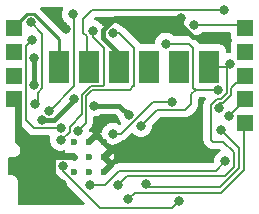
<source format=gbr>
%TF.GenerationSoftware,KiCad,Pcbnew,(6.0.2-0)*%
%TF.CreationDate,2022-06-01T12:35:39-04:00*%
%TF.ProjectId,hitclips_2040,68697463-6c69-4707-935f-323034302e6b,rev?*%
%TF.SameCoordinates,Original*%
%TF.FileFunction,Copper,L2,Bot*%
%TF.FilePolarity,Positive*%
%FSLAX46Y46*%
G04 Gerber Fmt 4.6, Leading zero omitted, Abs format (unit mm)*
G04 Created by KiCad (PCBNEW (6.0.2-0)) date 2022-06-01 12:35:39*
%MOMM*%
%LPD*%
G01*
G04 APERTURE LIST*
%TA.AperFunction,ComponentPad*%
%ADD10R,1.350000X1.350000*%
%TD*%
%TA.AperFunction,ComponentPad*%
%ADD11C,0.600000*%
%TD*%
%TA.AperFunction,SMDPad,CuDef*%
%ADD12R,1.800000X2.750000*%
%TD*%
%TA.AperFunction,ViaPad*%
%ADD13C,0.800000*%
%TD*%
%TA.AperFunction,Conductor*%
%ADD14C,0.250000*%
%TD*%
%TA.AperFunction,Conductor*%
%ADD15C,0.400000*%
%TD*%
%TA.AperFunction,Conductor*%
%ADD16C,0.600000*%
%TD*%
%TA.AperFunction,Conductor*%
%ADD17C,0.200000*%
%TD*%
%TA.AperFunction,Conductor*%
%ADD18C,0.130000*%
%TD*%
G04 APERTURE END LIST*
D10*
%TO.P,J1,1,Pin_1*%
%TO.N,VBUS*%
X115570000Y-72184000D03*
%TO.P,J1,2,Pin_2*%
%TO.N,USB_D-*%
X115570000Y-74184000D03*
%TO.P,J1,3,Pin_3*%
%TO.N,USB_D+*%
X115570000Y-76184000D03*
%TO.P,J1,4,Pin_4*%
%TO.N,GND*%
X115570000Y-78184000D03*
%TD*%
D11*
%TO.P,U3,57,GND*%
%TO.N,GND*%
X120645000Y-81783000D03*
X123195000Y-84333000D03*
X121920000Y-84333000D03*
X120645000Y-83058000D03*
X123195000Y-83058000D03*
X121920000Y-83058000D03*
X121920000Y-81783000D03*
X120645000Y-84333000D03*
X123195000Y-81783000D03*
%TD*%
D10*
%TO.P,J2,1,Pin_1*%
%TO.N,BOOTSEL*%
X135128000Y-72183800D03*
%TO.P,J2,2,Pin_2*%
%TO.N,PLY_TGL*%
X135128000Y-74183800D03*
%TO.P,J2,3,Pin_3*%
%TO.N,AUD_OUT+*%
X135128000Y-76183800D03*
%TO.P,J2,4,Pin_4*%
%TO.N,AUD_OUT-*%
X135128000Y-78183800D03*
%TO.P,J2,5,Pin_5*%
%TO.N,DBG*%
X135128000Y-80183800D03*
%TD*%
D12*
%TO.P,U4,1,PLY_TGL*%
%TO.N,PLY_TGL*%
X132080000Y-75438000D03*
%TO.P,U4,2,DAT+*%
%TO.N,AUD_OUT+*%
X129540000Y-75438000D03*
%TO.P,U4,3,NC*%
%TO.N,unconnected-(U4-Pad3)*%
X127000000Y-75438000D03*
%TO.P,U4,4,GND*%
%TO.N,GND*%
X124460000Y-75438000D03*
%TO.P,U4,5,DAT-*%
%TO.N,AUD_OUT-*%
X121920000Y-75438000D03*
%TO.P,U4,6,VCC*%
%TO.N,VBUS*%
X119380000Y-75438000D03*
%TD*%
D13*
%TO.N,GND*%
X119964083Y-72252817D03*
X133376502Y-72898000D03*
X117244011Y-76990000D03*
X119634000Y-85344000D03*
X124640503Y-75920500D03*
X130112619Y-81753630D03*
X129667000Y-71311500D03*
X117244011Y-74676000D03*
X129032000Y-80137000D03*
%TO.N,+3V3*%
X132845755Y-77412502D03*
X120650000Y-78183980D03*
X126326000Y-80458000D03*
X117906800Y-79948630D03*
X125268627Y-79531627D03*
X128403866Y-73473825D03*
X122326400Y-78740000D03*
%TO.N,XIN*%
X119720500Y-83881531D03*
X129540000Y-86805500D03*
%TO.N,BOOTSEL*%
X130810000Y-71882000D03*
%TO.N,PLY_TGL*%
X124332150Y-85430466D03*
X133853486Y-75184000D03*
%TO.N,AUD_OUT+*%
X132909544Y-78959944D03*
X129670315Y-76127500D03*
%TO.N,AUD_OUT-*%
X133731000Y-79629000D03*
X133350000Y-70612000D03*
%TO.N,DBG*%
X125222000Y-86676500D03*
%TO.N,QSPI_SS*%
X120523000Y-70993000D03*
X118546225Y-79155675D03*
%TO.N,XOUT*%
X121999182Y-85462372D03*
X133412500Y-83439000D03*
%TO.N,QSPI_SD1*%
X117365702Y-78632169D03*
X116974356Y-71675982D03*
%TO.N,QSPI_SD2*%
X119560070Y-80648130D03*
X117094000Y-73152000D03*
%TO.N,QSPI_SD0*%
X122248058Y-72393905D03*
X119519500Y-81646807D03*
%TO.N,QSPI_CLK*%
X120983908Y-80842637D03*
X123952000Y-72581500D03*
%TO.N,QSPI_SD3*%
X123935180Y-81111989D03*
X128905000Y-78421500D03*
%TO.N,AUD+*%
X133096000Y-80772000D03*
X126769269Y-85367269D03*
%TD*%
D14*
%TO.N,VBUS*%
X119380000Y-73057012D02*
X117274459Y-70951471D01*
X119380000Y-75438000D02*
X119380000Y-73057012D01*
X115695020Y-71930704D02*
X115695020Y-72184000D01*
X116674253Y-70951471D02*
X115695020Y-71930704D01*
X117274459Y-70951471D02*
X116674253Y-70951471D01*
D15*
%TO.N,GND*%
X123063000Y-72339820D02*
X123063000Y-73000551D01*
X133376502Y-72898000D02*
X130695320Y-72898000D01*
X124091320Y-71311500D02*
X123063000Y-72339820D01*
X117244011Y-74676000D02*
X117244011Y-76990000D01*
D16*
X117141429Y-82982031D02*
X115870020Y-81710622D01*
D15*
X130695320Y-72898000D02*
X129667000Y-71869680D01*
D16*
X120645000Y-83058000D02*
X120569031Y-82982031D01*
D15*
X123063000Y-73000551D02*
X124460000Y-74397551D01*
D16*
X115870020Y-81710622D02*
X115870020Y-78184000D01*
D15*
X124460000Y-74397551D02*
X124460000Y-75438000D01*
D16*
X118796031Y-82982031D02*
X117141429Y-82982031D01*
X119634000Y-85344000D02*
X118796031Y-84506031D01*
D15*
X129667000Y-71869680D02*
X129667000Y-71311500D01*
D16*
X118796031Y-84506031D02*
X118796031Y-82982031D01*
D15*
X129667000Y-71311500D02*
X124091320Y-71311500D01*
D16*
X120569031Y-82982031D02*
X118796031Y-82982031D01*
D17*
%TO.N,+3V3*%
X130556000Y-78613000D02*
X130556000Y-77781006D01*
D15*
X120650000Y-78233380D02*
X118902794Y-79980586D01*
D17*
X130924504Y-77412502D02*
X132845755Y-77412502D01*
X126326000Y-80458000D02*
X127663000Y-79121000D01*
X130369825Y-73473825D02*
X128403866Y-73473825D01*
D15*
X122326400Y-78740000D02*
X124477000Y-78740000D01*
D17*
X130924504Y-77412502D02*
X130739511Y-77227509D01*
D15*
X124477000Y-78740000D02*
X125268627Y-79531627D01*
D17*
X130739511Y-73843511D02*
X130369825Y-73473825D01*
D15*
X120650000Y-78183980D02*
X120650000Y-78233380D01*
D17*
X130739511Y-77227509D02*
X130739511Y-73843511D01*
X130556000Y-77781006D02*
X130924504Y-77412502D01*
D15*
X118902794Y-79980586D02*
X117906800Y-79948630D01*
D17*
X127663000Y-79121000D02*
X130048000Y-79121000D01*
X130048000Y-79121000D02*
X130556000Y-78613000D01*
%TO.N,XIN*%
X128969489Y-87376011D02*
X129540000Y-86805500D01*
X119720500Y-84256338D02*
X122840173Y-87376011D01*
X119720500Y-83881531D02*
X119720500Y-84256338D01*
X122840173Y-87376011D02*
X128969489Y-87376011D01*
%TO.N,BOOTSEL*%
X134810000Y-71882000D02*
X135027980Y-72099980D01*
X135027980Y-72099980D02*
X135027980Y-72200000D01*
X130810000Y-71882000D02*
X134810000Y-71882000D01*
%TO.N,PLY_TGL*%
X133553200Y-75484286D02*
X133853486Y-75184000D01*
X132207000Y-81622022D02*
X132207000Y-78673245D01*
X132372978Y-81788000D02*
X132207000Y-81622022D01*
X133109023Y-78138493D02*
X133553200Y-77694316D01*
X133553200Y-77694316D02*
X133553200Y-75484286D01*
X134146997Y-83924991D02*
X134146997Y-82695548D01*
X133599486Y-75438000D02*
X132080000Y-75438000D01*
X125094858Y-84667758D02*
X133404230Y-84667758D01*
X132741752Y-78138493D02*
X133109023Y-78138493D01*
X134146997Y-82695548D02*
X133239449Y-81788000D01*
X133404230Y-84667758D02*
X134146997Y-83924991D01*
X124332150Y-85430466D02*
X125094858Y-84667758D01*
X133853486Y-75184000D02*
X133599486Y-75438000D01*
X132207000Y-78673245D02*
X132741752Y-78138493D01*
X133239449Y-81788000D02*
X132372978Y-81788000D01*
%TO.N,AUD_OUT+*%
X132909544Y-78538013D02*
X133274510Y-78538012D01*
X133952720Y-77273680D02*
X135026400Y-76200000D01*
X133274510Y-78538012D02*
X133952720Y-77859802D01*
X133952720Y-77859802D02*
X133952720Y-77273680D01*
X135026400Y-76200000D02*
X135027980Y-76200000D01*
X132909544Y-78959944D02*
X132909544Y-78538013D01*
%TO.N,AUD_OUT-*%
X121412000Y-72545763D02*
X121412000Y-71374000D01*
X135027980Y-78332020D02*
X135027980Y-78300020D01*
X122174000Y-70612000D02*
X133350000Y-70612000D01*
X133731000Y-79629000D02*
X135027980Y-78332020D01*
X121728489Y-72862252D02*
X121412000Y-72545763D01*
X121728489Y-75246489D02*
X121728489Y-72862252D01*
X121412000Y-71374000D02*
X122174000Y-70612000D01*
X121920000Y-75438000D02*
X121728489Y-75246489D01*
%TO.N,DBG*%
X135027980Y-84174020D02*
X135027980Y-80200000D01*
X133096000Y-86106000D02*
X135027980Y-84174020D01*
X125792500Y-86106000D02*
X133096000Y-86106000D01*
X125222000Y-86676500D02*
X125792500Y-86106000D01*
%TO.N,QSPI_SS*%
X118608725Y-79155675D02*
X120663594Y-77100806D01*
X118546225Y-79155675D02*
X118608725Y-79155675D01*
X120663594Y-71133594D02*
X120523000Y-70993000D01*
X120663594Y-77100806D02*
X120663594Y-71133594D01*
%TO.N,XOUT*%
X132625100Y-84226400D02*
X133412500Y-83439000D01*
X124460000Y-84226400D02*
X132625100Y-84226400D01*
X121999182Y-85462372D02*
X123224028Y-85462372D01*
X123224028Y-85462372D02*
X124460000Y-84226400D01*
%TO.N,QSPI_SD1*%
X117943522Y-77279748D02*
X117943522Y-72645148D01*
X117602000Y-77621270D02*
X117943522Y-77279748D01*
X117943522Y-72645148D02*
X116974356Y-71675982D01*
X117365702Y-78632169D02*
X117602000Y-78395871D01*
X117602000Y-78395871D02*
X117602000Y-77621270D01*
%TO.N,QSPI_SD2*%
X116544511Y-79917711D02*
X116544511Y-73701489D01*
X116544511Y-73701489D02*
X117094000Y-73152000D01*
X117274930Y-80648130D02*
X116544511Y-79917711D01*
X119560070Y-80648130D02*
X117274930Y-80648130D01*
%TO.N,QSPI_SD0*%
X123190000Y-76962000D02*
X123190000Y-73833978D01*
X119519500Y-81646807D02*
X119550652Y-81646807D01*
X122248058Y-72892036D02*
X122248058Y-72393905D01*
D18*
X120259581Y-80937878D02*
X120259581Y-80502019D01*
X123074489Y-77077511D02*
X123190000Y-76962000D01*
X121314511Y-77821489D02*
X122058489Y-77077511D01*
D17*
X123190000Y-73833978D02*
X122248058Y-72892036D01*
D18*
X122058489Y-77077511D02*
X123074489Y-77077511D01*
X120259581Y-80502019D02*
X121314511Y-79447089D01*
X121314511Y-79447089D02*
X121314511Y-77821489D01*
X119550652Y-81646807D02*
X120259581Y-80937878D01*
%TO.N,QSPI_CLK*%
X125364991Y-77407031D02*
X125659511Y-77112511D01*
D17*
X125730000Y-77042022D02*
X125730000Y-73833978D01*
X125659511Y-77112511D02*
X125730000Y-77042022D01*
D18*
X121644031Y-80182514D02*
X121644031Y-77957981D01*
X121644031Y-77957981D02*
X122194981Y-77407031D01*
X120983908Y-80842637D02*
X121644031Y-80182514D01*
D17*
X125730000Y-73833978D02*
X124477522Y-72581500D01*
D18*
X122194981Y-77407031D02*
X125364991Y-77407031D01*
D17*
X124477522Y-72581500D02*
X123952000Y-72581500D01*
D18*
%TO.N,QSPI_SD3*%
X123935180Y-81111989D02*
X124628011Y-81111989D01*
X127318500Y-78421500D02*
X128905000Y-78421500D01*
X124628011Y-81111989D02*
X127318500Y-78421500D01*
D17*
%TO.N,AUD+*%
X126769269Y-85367269D02*
X127000000Y-85598000D01*
X127000000Y-85598000D02*
X133038994Y-85598000D01*
X134628460Y-82304460D02*
X133096000Y-80772000D01*
X133038994Y-85598000D02*
X134628460Y-84008534D01*
X134628460Y-84008534D02*
X134628460Y-82304460D01*
%TD*%
%TA.AperFunction,Conductor*%
%TO.N,GND*%
G36*
X116286512Y-80520715D02*
G01*
X116293095Y-80526844D01*
X116810615Y-81044364D01*
X116821482Y-81056755D01*
X116840943Y-81082117D01*
X116847493Y-81087143D01*
X116872851Y-81106601D01*
X116872858Y-81106607D01*
X116912293Y-81136866D01*
X116968055Y-81179654D01*
X117116080Y-81240968D01*
X117235045Y-81256630D01*
X117235050Y-81256630D01*
X117235059Y-81256631D01*
X117266742Y-81260802D01*
X117274930Y-81261880D01*
X117306623Y-81257708D01*
X117323066Y-81256630D01*
X118517599Y-81256630D01*
X118585720Y-81276632D01*
X118632213Y-81330288D01*
X118642317Y-81400562D01*
X118637432Y-81421566D01*
X118625958Y-81456879D01*
X118625268Y-81463440D01*
X118625268Y-81463442D01*
X118619924Y-81514290D01*
X118605996Y-81646807D01*
X118606686Y-81653372D01*
X118620889Y-81788502D01*
X118625958Y-81836735D01*
X118684973Y-82018363D01*
X118688276Y-82024085D01*
X118688277Y-82024086D01*
X118703815Y-82050999D01*
X118780460Y-82183751D01*
X118908247Y-82325673D01*
X118984175Y-82380838D01*
X119056399Y-82433312D01*
X119062748Y-82437925D01*
X119068776Y-82440609D01*
X119068778Y-82440610D01*
X119231181Y-82512916D01*
X119237212Y-82515601D01*
X119330613Y-82535454D01*
X119417556Y-82553935D01*
X119417561Y-82553935D01*
X119424013Y-82555307D01*
X119614987Y-82555307D01*
X119621439Y-82553935D01*
X119621444Y-82553935D01*
X119733029Y-82530216D01*
X119776642Y-82520946D01*
X119847432Y-82526348D01*
X119904064Y-82569165D01*
X119928558Y-82635802D01*
X119916464Y-82696381D01*
X119916685Y-82696461D01*
X119916160Y-82697904D01*
X119915698Y-82700217D01*
X119914273Y-82703087D01*
X119857096Y-82860182D01*
X119853110Y-82876658D01*
X119817651Y-82938166D01*
X119754568Y-82970739D01*
X119730643Y-82973031D01*
X119625013Y-82973031D01*
X119618561Y-82974403D01*
X119618556Y-82974403D01*
X119539690Y-82991167D01*
X119438212Y-83012737D01*
X119432182Y-83015422D01*
X119432181Y-83015422D01*
X119269778Y-83087728D01*
X119269776Y-83087729D01*
X119263748Y-83090413D01*
X119109247Y-83202665D01*
X118981460Y-83344587D01*
X118885973Y-83509975D01*
X118826958Y-83691603D01*
X118826268Y-83698164D01*
X118826268Y-83698166D01*
X118815674Y-83798964D01*
X118806996Y-83881531D01*
X118826958Y-84071459D01*
X118885973Y-84253087D01*
X118981460Y-84418475D01*
X119109247Y-84560397D01*
X119263748Y-84672649D01*
X119265866Y-84673592D01*
X119284854Y-84688163D01*
X119286513Y-84690325D01*
X119293059Y-84695348D01*
X119293062Y-84695351D01*
X119311879Y-84709790D01*
X119324270Y-84720657D01*
X121510518Y-86906905D01*
X121544544Y-86969217D01*
X121539479Y-87040032D01*
X121496932Y-87096868D01*
X121430412Y-87121679D01*
X121421423Y-87122000D01*
X116004000Y-87122000D01*
X115935879Y-87101998D01*
X115889386Y-87048342D01*
X115878000Y-86996000D01*
X115878000Y-85149502D01*
X115878002Y-85148732D01*
X115878421Y-85080122D01*
X115878476Y-85071148D01*
X115876010Y-85062519D01*
X115876009Y-85062514D01*
X115870361Y-85042752D01*
X115866783Y-85025991D01*
X115863870Y-85005648D01*
X115863867Y-85005638D01*
X115862595Y-84996755D01*
X115851979Y-84973405D01*
X115845536Y-84955893D01*
X115840954Y-84939863D01*
X115838488Y-84931235D01*
X115822726Y-84906252D01*
X115814596Y-84891186D01*
X115802367Y-84864290D01*
X115785626Y-84844861D01*
X115774521Y-84829853D01*
X115765630Y-84815761D01*
X115760840Y-84808169D01*
X115738703Y-84788618D01*
X115726659Y-84776426D01*
X115713239Y-84760851D01*
X115713237Y-84760850D01*
X115707381Y-84754053D01*
X115699853Y-84749174D01*
X115699850Y-84749171D01*
X115685861Y-84740104D01*
X115670987Y-84728814D01*
X115658502Y-84717788D01*
X115651772Y-84711844D01*
X115643646Y-84708029D01*
X115643645Y-84708028D01*
X115637979Y-84705368D01*
X115625034Y-84699290D01*
X115610065Y-84690976D01*
X115585273Y-84674907D01*
X115560709Y-84667561D01*
X115543264Y-84660899D01*
X115520052Y-84650001D01*
X115490870Y-84645457D01*
X115474151Y-84641674D01*
X115454464Y-84635786D01*
X115454461Y-84635785D01*
X115445859Y-84633213D01*
X115436884Y-84633158D01*
X115436883Y-84633158D01*
X115430190Y-84633117D01*
X115411444Y-84633003D01*
X115410672Y-84632970D01*
X115409577Y-84632800D01*
X115378702Y-84632800D01*
X115377932Y-84632798D01*
X115304284Y-84632348D01*
X115304283Y-84632348D01*
X115300348Y-84632324D01*
X115299004Y-84632708D01*
X115297659Y-84632800D01*
X115188000Y-84632800D01*
X115119879Y-84612798D01*
X115073386Y-84559142D01*
X115062000Y-84506800D01*
X115062000Y-83192800D01*
X115082002Y-83124679D01*
X115135658Y-83078186D01*
X115188000Y-83066800D01*
X115561298Y-83066800D01*
X115562069Y-83066802D01*
X115639652Y-83067276D01*
X115648281Y-83064810D01*
X115648286Y-83064809D01*
X115668048Y-83059161D01*
X115684809Y-83055583D01*
X115705152Y-83052670D01*
X115705162Y-83052667D01*
X115714045Y-83051395D01*
X115737395Y-83040779D01*
X115754907Y-83034336D01*
X115770937Y-83029754D01*
X115779565Y-83027288D01*
X115804548Y-83011526D01*
X115819614Y-83003396D01*
X115846510Y-82991167D01*
X115865939Y-82974426D01*
X115880947Y-82963321D01*
X115895039Y-82954430D01*
X115902631Y-82949640D01*
X115922182Y-82927503D01*
X115934374Y-82915459D01*
X115949949Y-82902039D01*
X115949950Y-82902037D01*
X115956747Y-82896181D01*
X115961626Y-82888653D01*
X115961629Y-82888650D01*
X115970696Y-82874661D01*
X115981986Y-82859787D01*
X115993012Y-82847302D01*
X115998956Y-82840572D01*
X116011510Y-82813834D01*
X116019824Y-82798865D01*
X116035893Y-82774073D01*
X116043239Y-82749509D01*
X116049901Y-82732064D01*
X116056983Y-82716979D01*
X116060799Y-82708852D01*
X116065343Y-82679670D01*
X116069126Y-82662951D01*
X116075014Y-82643264D01*
X116075015Y-82643261D01*
X116077587Y-82634659D01*
X116077797Y-82600244D01*
X116077830Y-82599472D01*
X116078000Y-82598377D01*
X116078000Y-82567502D01*
X116078002Y-82566732D01*
X116078452Y-82493084D01*
X116078452Y-82493083D01*
X116078476Y-82489148D01*
X116078092Y-82487804D01*
X116078000Y-82486459D01*
X116078000Y-80615939D01*
X116098002Y-80547818D01*
X116151658Y-80501325D01*
X116221932Y-80491221D01*
X116286512Y-80520715D01*
G37*
%TD.AperFunction*%
%TA.AperFunction,Conductor*%
G36*
X131756724Y-78041004D02*
G01*
X131803217Y-78094660D01*
X131813321Y-78164934D01*
X131783827Y-78229514D01*
X131779113Y-78234578D01*
X131773013Y-78239258D01*
X131748526Y-78271170D01*
X131748523Y-78271173D01*
X131675476Y-78366369D01*
X131620900Y-78498128D01*
X131614162Y-78514395D01*
X131598500Y-78633360D01*
X131598500Y-78633365D01*
X131593250Y-78673245D01*
X131594328Y-78681433D01*
X131597422Y-78704935D01*
X131598500Y-78721381D01*
X131598500Y-81573886D01*
X131597422Y-81590329D01*
X131593250Y-81622022D01*
X131598500Y-81661902D01*
X131598500Y-81661907D01*
X131602292Y-81690709D01*
X131614162Y-81780873D01*
X131675476Y-81928898D01*
X131680503Y-81935449D01*
X131680504Y-81935451D01*
X131748520Y-82024091D01*
X131748526Y-82024097D01*
X131773013Y-82056009D01*
X131779568Y-82061039D01*
X131798379Y-82075474D01*
X131810770Y-82086341D01*
X131908663Y-82184234D01*
X131919530Y-82196625D01*
X131938991Y-82221987D01*
X131945541Y-82227013D01*
X131970899Y-82246471D01*
X131970906Y-82246477D01*
X131994492Y-82264575D01*
X132066103Y-82319524D01*
X132137832Y-82349235D01*
X132205010Y-82377061D01*
X132214128Y-82380838D01*
X132333093Y-82396500D01*
X132333098Y-82396500D01*
X132333107Y-82396501D01*
X132364790Y-82400672D01*
X132372978Y-82401750D01*
X132404671Y-82397578D01*
X132421114Y-82396500D01*
X132927577Y-82396500D01*
X132995698Y-82416502D01*
X133042191Y-82470158D01*
X133052295Y-82540432D01*
X133022801Y-82605012D01*
X132978826Y-82637607D01*
X132961778Y-82645197D01*
X132961776Y-82645198D01*
X132955748Y-82647882D01*
X132801247Y-82760134D01*
X132796826Y-82765044D01*
X132796825Y-82765045D01*
X132698127Y-82874661D01*
X132673460Y-82902056D01*
X132631690Y-82974403D01*
X132595604Y-83036907D01*
X132577973Y-83067444D01*
X132518958Y-83249072D01*
X132518268Y-83255633D01*
X132518268Y-83255635D01*
X132509435Y-83339679D01*
X132498996Y-83439000D01*
X132499184Y-83440786D01*
X132479684Y-83507196D01*
X132462781Y-83528170D01*
X132409956Y-83580995D01*
X132347644Y-83615021D01*
X132320861Y-83617900D01*
X124508136Y-83617900D01*
X124491690Y-83616822D01*
X124468188Y-83613728D01*
X124460000Y-83612650D01*
X124451812Y-83613728D01*
X124420129Y-83617899D01*
X124420120Y-83617900D01*
X124420115Y-83617900D01*
X124301150Y-83633562D01*
X124153125Y-83694876D01*
X124153123Y-83694877D01*
X124153124Y-83694877D01*
X124057928Y-83767923D01*
X124057925Y-83767926D01*
X124026013Y-83792413D01*
X124020987Y-83798963D01*
X124020986Y-83798964D01*
X124006551Y-83817776D01*
X123995684Y-83830166D01*
X123253415Y-84572435D01*
X123191103Y-84606461D01*
X123120288Y-84601396D01*
X123075225Y-84572435D01*
X122924885Y-84422095D01*
X122890859Y-84359783D01*
X122895924Y-84288968D01*
X122924885Y-84243905D01*
X123460480Y-83708310D01*
X123468092Y-83694370D01*
X123467960Y-83692534D01*
X123463709Y-83685919D01*
X122924885Y-83147095D01*
X122890859Y-83084783D01*
X122892694Y-83059132D01*
X123559408Y-83059132D01*
X123559539Y-83060966D01*
X123563790Y-83067579D01*
X123907504Y-83411293D01*
X123919879Y-83418050D01*
X123923696Y-83415193D01*
X123980065Y-83266802D01*
X123983549Y-83253233D01*
X124007244Y-83084627D01*
X124007851Y-83076741D01*
X124008058Y-83061962D01*
X124007671Y-83054061D01*
X123988692Y-82884855D01*
X123985590Y-82871202D01*
X123930610Y-82713322D01*
X123927281Y-82706372D01*
X123918605Y-82698659D01*
X123909558Y-82702653D01*
X123567021Y-83045189D01*
X123559408Y-83059132D01*
X122892694Y-83059132D01*
X122895924Y-83013968D01*
X122924885Y-82968905D01*
X123195000Y-82698790D01*
X123460477Y-82433312D01*
X123468091Y-82419368D01*
X123467960Y-82417533D01*
X123463712Y-82410923D01*
X122835790Y-81783000D01*
X122570311Y-81517522D01*
X122556368Y-81509909D01*
X122554533Y-81510040D01*
X122547920Y-81514290D01*
X122009095Y-82053115D01*
X121946783Y-82087141D01*
X121875968Y-82082076D01*
X121830905Y-82053115D01*
X121649885Y-81872095D01*
X121615859Y-81809783D01*
X121620924Y-81738968D01*
X121649885Y-81693905D01*
X122272913Y-81070877D01*
X122279671Y-81058500D01*
X122275105Y-81052400D01*
X122269802Y-81049813D01*
X122112309Y-80993732D01*
X122098684Y-80990536D01*
X122007804Y-80979700D01*
X121942530Y-80951773D01*
X121902717Y-80892990D01*
X121896722Y-80854586D01*
X121896722Y-80849202D01*
X121897412Y-80842637D01*
X121893950Y-80809696D01*
X121906723Y-80739857D01*
X121930165Y-80707431D01*
X122017134Y-80620462D01*
X122029525Y-80609595D01*
X122046506Y-80596565D01*
X122053056Y-80591539D01*
X122144983Y-80471738D01*
X122202770Y-80332228D01*
X122217531Y-80220106D01*
X122222480Y-80182514D01*
X122218609Y-80153109D01*
X122217531Y-80136664D01*
X122217531Y-79774500D01*
X122237533Y-79706379D01*
X122291189Y-79659886D01*
X122343531Y-79648500D01*
X122421887Y-79648500D01*
X122428339Y-79647128D01*
X122428344Y-79647128D01*
X122515287Y-79628647D01*
X122608688Y-79608794D01*
X122630839Y-79598932D01*
X122777122Y-79533803D01*
X122777124Y-79533802D01*
X122783152Y-79531118D01*
X122863744Y-79472564D01*
X122930611Y-79448706D01*
X122937805Y-79448500D01*
X124131340Y-79448500D01*
X124199461Y-79468502D01*
X124220435Y-79485405D01*
X124333962Y-79598932D01*
X124367988Y-79661244D01*
X124370177Y-79674855D01*
X124375085Y-79721555D01*
X124377125Y-79727832D01*
X124377125Y-79727834D01*
X124377667Y-79729501D01*
X124434100Y-79903183D01*
X124529587Y-80068571D01*
X124606308Y-80153778D01*
X124637025Y-80217786D01*
X124628260Y-80288239D01*
X124601766Y-80327183D01*
X124593217Y-80335732D01*
X124530905Y-80369758D01*
X124460090Y-80364693D01*
X124430062Y-80348574D01*
X124412386Y-80335732D01*
X124391932Y-80320871D01*
X124385904Y-80318187D01*
X124385902Y-80318186D01*
X124223499Y-80245880D01*
X124223498Y-80245880D01*
X124217468Y-80243195D01*
X124124067Y-80223342D01*
X124037124Y-80204861D01*
X124037119Y-80204861D01*
X124030667Y-80203489D01*
X123839693Y-80203489D01*
X123833241Y-80204861D01*
X123833236Y-80204861D01*
X123746293Y-80223342D01*
X123652892Y-80243195D01*
X123646862Y-80245880D01*
X123646861Y-80245880D01*
X123484458Y-80318186D01*
X123484456Y-80318187D01*
X123478428Y-80320871D01*
X123473087Y-80324751D01*
X123473086Y-80324752D01*
X123452296Y-80339857D01*
X123323927Y-80433123D01*
X123319506Y-80438033D01*
X123319505Y-80438034D01*
X123283258Y-80478291D01*
X123196140Y-80575045D01*
X123100653Y-80740433D01*
X123041638Y-80922061D01*
X123040550Y-80921708D01*
X123009902Y-80978473D01*
X122960991Y-81009078D01*
X122855463Y-81045002D01*
X122844855Y-81049994D01*
X122836016Y-81059799D01*
X122839840Y-81068629D01*
X123007642Y-81236431D01*
X123041263Y-81298353D01*
X123041638Y-81301917D01*
X123100653Y-81483545D01*
X123196140Y-81648933D01*
X123323927Y-81790855D01*
X123478428Y-81903107D01*
X123484456Y-81905791D01*
X123484458Y-81905792D01*
X123551074Y-81935451D01*
X123652892Y-81980783D01*
X123659347Y-81982155D01*
X123659350Y-81982156D01*
X123710796Y-81993091D01*
X123742239Y-81999774D01*
X123805137Y-82033926D01*
X123907500Y-82136289D01*
X123919880Y-82143049D01*
X123923696Y-82140192D01*
X123939371Y-82098929D01*
X123982260Y-82042351D01*
X124030961Y-82020427D01*
X124217468Y-81980783D01*
X124319286Y-81935451D01*
X124385902Y-81905792D01*
X124385904Y-81905791D01*
X124391932Y-81903107D01*
X124546433Y-81790855D01*
X124606932Y-81723663D01*
X124667379Y-81686423D01*
X124684122Y-81683051D01*
X124688581Y-81682464D01*
X124703499Y-81680500D01*
X124732784Y-81676645D01*
X124769538Y-81671806D01*
X124769539Y-81671806D01*
X124777725Y-81670728D01*
X124917235Y-81612941D01*
X124977136Y-81566977D01*
X125030483Y-81526043D01*
X125030486Y-81526040D01*
X125037036Y-81521014D01*
X125045457Y-81510040D01*
X125055096Y-81497479D01*
X125065963Y-81485088D01*
X125478455Y-81072596D01*
X125540767Y-81038570D01*
X125611582Y-81043635D01*
X125661185Y-81077379D01*
X125714747Y-81136866D01*
X125777989Y-81182814D01*
X125858031Y-81240968D01*
X125869248Y-81249118D01*
X125875276Y-81251802D01*
X125875278Y-81251803D01*
X126004678Y-81309415D01*
X126043712Y-81326794D01*
X126137113Y-81346647D01*
X126224056Y-81365128D01*
X126224061Y-81365128D01*
X126230513Y-81366500D01*
X126421487Y-81366500D01*
X126427939Y-81365128D01*
X126427944Y-81365128D01*
X126514887Y-81346647D01*
X126608288Y-81326794D01*
X126647322Y-81309415D01*
X126776722Y-81251803D01*
X126776724Y-81251802D01*
X126782752Y-81249118D01*
X126793970Y-81240968D01*
X126874011Y-81182814D01*
X126937253Y-81136866D01*
X126986549Y-81082117D01*
X127060621Y-80999852D01*
X127060622Y-80999851D01*
X127065040Y-80994944D01*
X127160527Y-80829556D01*
X127219542Y-80647928D01*
X127224941Y-80596565D01*
X127238814Y-80464565D01*
X127239504Y-80458000D01*
X127239316Y-80456214D01*
X127258816Y-80389804D01*
X127275719Y-80368830D01*
X127878144Y-79766405D01*
X127940456Y-79732379D01*
X127967239Y-79729500D01*
X129999864Y-79729500D01*
X130016307Y-79730578D01*
X130048000Y-79734750D01*
X130056189Y-79733672D01*
X130087874Y-79729501D01*
X130087884Y-79729500D01*
X130087885Y-79729500D01*
X130100540Y-79727834D01*
X130187457Y-79716391D01*
X130198664Y-79714916D01*
X130198666Y-79714915D01*
X130206851Y-79713838D01*
X130354876Y-79652524D01*
X130361909Y-79647128D01*
X130450072Y-79579477D01*
X130450075Y-79579474D01*
X130475434Y-79560015D01*
X130481987Y-79554987D01*
X130487017Y-79548432D01*
X130501452Y-79529621D01*
X130512319Y-79517230D01*
X130952234Y-79077315D01*
X130964625Y-79066448D01*
X130983437Y-79052013D01*
X130989987Y-79046987D01*
X131014474Y-79015075D01*
X131014477Y-79015072D01*
X131083700Y-78924858D01*
X131087524Y-78919875D01*
X131148838Y-78771850D01*
X131164500Y-78652885D01*
X131164500Y-78652878D01*
X131169750Y-78613000D01*
X131165578Y-78581307D01*
X131164500Y-78564864D01*
X131164500Y-78147002D01*
X131184502Y-78078881D01*
X131238158Y-78032388D01*
X131290500Y-78021002D01*
X131688603Y-78021002D01*
X131756724Y-78041004D01*
G37*
%TD.AperFunction*%
%TA.AperFunction,Conductor*%
G36*
X133886621Y-72510502D02*
G01*
X133933114Y-72564158D01*
X133944500Y-72616500D01*
X133944500Y-72906934D01*
X133951255Y-72969116D01*
X134002385Y-73105505D01*
X134007771Y-73112691D01*
X134012079Y-73120560D01*
X134009553Y-73121943D01*
X134029279Y-73174742D01*
X134014226Y-73244124D01*
X134010507Y-73249912D01*
X134007772Y-73254907D01*
X134002385Y-73262095D01*
X133951255Y-73398484D01*
X133944500Y-73460666D01*
X133944500Y-74149500D01*
X133924498Y-74217621D01*
X133870842Y-74264114D01*
X133818500Y-74275500D01*
X133757999Y-74275500D01*
X133751547Y-74276872D01*
X133751542Y-74276872D01*
X133640697Y-74300433D01*
X133569906Y-74295031D01*
X133513273Y-74252214D01*
X133488780Y-74185576D01*
X133488500Y-74177186D01*
X133488500Y-74014866D01*
X133481745Y-73952684D01*
X133430615Y-73816295D01*
X133343261Y-73699739D01*
X133226705Y-73612385D01*
X133090316Y-73561255D01*
X133028134Y-73554500D01*
X131346879Y-73554500D01*
X131278758Y-73534498D01*
X131246917Y-73505204D01*
X131197988Y-73441439D01*
X131197987Y-73441438D01*
X131178528Y-73416078D01*
X131178524Y-73416074D01*
X131173498Y-73409524D01*
X131148135Y-73390062D01*
X131135744Y-73379196D01*
X130834140Y-73077591D01*
X130823274Y-73065201D01*
X130808839Y-73046389D01*
X130808838Y-73046388D01*
X130803812Y-73039838D01*
X130797262Y-73034812D01*
X130797259Y-73034809D01*
X130773348Y-73016462D01*
X130731481Y-72959124D01*
X130727259Y-72888253D01*
X130762023Y-72826350D01*
X130824736Y-72793069D01*
X130850052Y-72790500D01*
X130905487Y-72790500D01*
X130911939Y-72789128D01*
X130911944Y-72789128D01*
X130998887Y-72770647D01*
X131092288Y-72750794D01*
X131098319Y-72748109D01*
X131260722Y-72675803D01*
X131260724Y-72675802D01*
X131266752Y-72673118D01*
X131297114Y-72651059D01*
X131415116Y-72565325D01*
X131421253Y-72560866D01*
X131447074Y-72532189D01*
X131507520Y-72494950D01*
X131540710Y-72490500D01*
X133818500Y-72490500D01*
X133886621Y-72510502D01*
G37*
%TD.AperFunction*%
%TA.AperFunction,Conductor*%
G36*
X129992755Y-71240502D02*
G01*
X130039248Y-71294158D01*
X130049352Y-71364432D01*
X130033753Y-71409500D01*
X129975473Y-71510444D01*
X129916458Y-71692072D01*
X129915768Y-71698633D01*
X129915768Y-71698635D01*
X129899128Y-71856961D01*
X129896496Y-71882000D01*
X129897186Y-71888565D01*
X129913819Y-72046816D01*
X129916458Y-72071928D01*
X129975473Y-72253556D01*
X130070960Y-72418944D01*
X130075378Y-72423851D01*
X130075379Y-72423852D01*
X130172926Y-72532189D01*
X130198747Y-72560866D01*
X130244988Y-72594462D01*
X130304071Y-72637389D01*
X130347425Y-72693612D01*
X130353500Y-72764348D01*
X130320368Y-72827139D01*
X130258548Y-72862051D01*
X130230010Y-72865325D01*
X129134576Y-72865325D01*
X129066455Y-72845323D01*
X129040940Y-72823636D01*
X129019534Y-72799862D01*
X129019532Y-72799861D01*
X129015119Y-72794959D01*
X128896562Y-72708822D01*
X128865960Y-72686588D01*
X128865959Y-72686587D01*
X128860618Y-72682707D01*
X128854590Y-72680023D01*
X128854588Y-72680022D01*
X128692185Y-72607716D01*
X128692184Y-72607716D01*
X128686154Y-72605031D01*
X128585913Y-72583724D01*
X128505810Y-72566697D01*
X128505805Y-72566697D01*
X128499353Y-72565325D01*
X128308379Y-72565325D01*
X128301927Y-72566697D01*
X128301922Y-72566697D01*
X128221819Y-72583724D01*
X128121578Y-72605031D01*
X128115548Y-72607716D01*
X128115547Y-72607716D01*
X127953144Y-72680022D01*
X127953142Y-72680023D01*
X127947114Y-72682707D01*
X127941773Y-72686587D01*
X127941772Y-72686588D01*
X127911170Y-72708822D01*
X127792613Y-72794959D01*
X127788192Y-72799869D01*
X127788191Y-72799870D01*
X127719824Y-72875800D01*
X127664826Y-72936881D01*
X127569339Y-73102269D01*
X127510324Y-73283897D01*
X127494769Y-73431903D01*
X127493742Y-73441670D01*
X127466729Y-73507327D01*
X127408508Y-73547957D01*
X127368432Y-73554500D01*
X126344683Y-73554500D01*
X126276562Y-73534498D01*
X126244720Y-73505204D01*
X126230831Y-73487103D01*
X126188477Y-73431906D01*
X126188474Y-73431903D01*
X126163987Y-73399991D01*
X126144494Y-73385033D01*
X126138621Y-73380526D01*
X126126230Y-73369659D01*
X124941837Y-72185266D01*
X124930970Y-72172875D01*
X124916535Y-72154063D01*
X124911509Y-72147513D01*
X124879597Y-72123026D01*
X124879594Y-72123023D01*
X124821188Y-72078206D01*
X124790951Y-72055004D01*
X124790949Y-72055003D01*
X124784398Y-72049976D01*
X124717123Y-72022110D01*
X124669634Y-72002439D01*
X124624216Y-71970341D01*
X124563253Y-71902634D01*
X124408752Y-71790382D01*
X124402724Y-71787698D01*
X124402722Y-71787697D01*
X124240319Y-71715391D01*
X124240318Y-71715391D01*
X124234288Y-71712706D01*
X124137213Y-71692072D01*
X124053944Y-71674372D01*
X124053939Y-71674372D01*
X124047487Y-71673000D01*
X123856513Y-71673000D01*
X123850061Y-71674372D01*
X123850056Y-71674372D01*
X123766787Y-71692072D01*
X123669712Y-71712706D01*
X123663682Y-71715391D01*
X123663681Y-71715391D01*
X123501278Y-71787697D01*
X123501276Y-71787698D01*
X123495248Y-71790382D01*
X123340747Y-71902634D01*
X123276565Y-71973916D01*
X123257377Y-71995226D01*
X123196931Y-72032466D01*
X123125948Y-72031114D01*
X123066963Y-71991601D01*
X123054622Y-71973916D01*
X123013467Y-71902634D01*
X122987098Y-71856961D01*
X122924733Y-71787697D01*
X122863733Y-71719950D01*
X122863732Y-71719949D01*
X122859311Y-71715039D01*
X122704810Y-71602787D01*
X122698782Y-71600103D01*
X122698780Y-71600102D01*
X122536377Y-71527796D01*
X122536376Y-71527796D01*
X122530346Y-71525111D01*
X122523891Y-71523739D01*
X122523882Y-71523736D01*
X122420109Y-71501678D01*
X122357636Y-71467950D01*
X122323315Y-71405800D01*
X122328043Y-71334961D01*
X122357212Y-71289337D01*
X122389144Y-71257405D01*
X122451456Y-71223379D01*
X122478239Y-71220500D01*
X129924634Y-71220500D01*
X129992755Y-71240502D01*
G37*
%TD.AperFunction*%
%TA.AperFunction,Conductor*%
G36*
X119690455Y-70378002D02*
G01*
X119736948Y-70431658D01*
X119747052Y-70501932D01*
X119731453Y-70547000D01*
X119691777Y-70615721D01*
X119688473Y-70621444D01*
X119629458Y-70803072D01*
X119609496Y-70993000D01*
X119629458Y-71182928D01*
X119688473Y-71364556D01*
X119783960Y-71529944D01*
X119788378Y-71534851D01*
X119788379Y-71534852D01*
X119907325Y-71666955D01*
X119911747Y-71671866D01*
X119917089Y-71675747D01*
X119917091Y-71675749D01*
X120003155Y-71738278D01*
X120046509Y-71794500D01*
X120055094Y-71840214D01*
X120055094Y-72526341D01*
X120035092Y-72594462D01*
X119981436Y-72640955D01*
X119911162Y-72651059D01*
X119846726Y-72621631D01*
X119845472Y-72619905D01*
X119827493Y-72605031D01*
X119811395Y-72591714D01*
X119802616Y-72583724D01*
X117791988Y-70573095D01*
X117757962Y-70510783D01*
X117763027Y-70439967D01*
X117805574Y-70383132D01*
X117872094Y-70358321D01*
X117881083Y-70358000D01*
X119622334Y-70358000D01*
X119690455Y-70378002D01*
G37*
%TD.AperFunction*%
%TD*%
M02*

</source>
